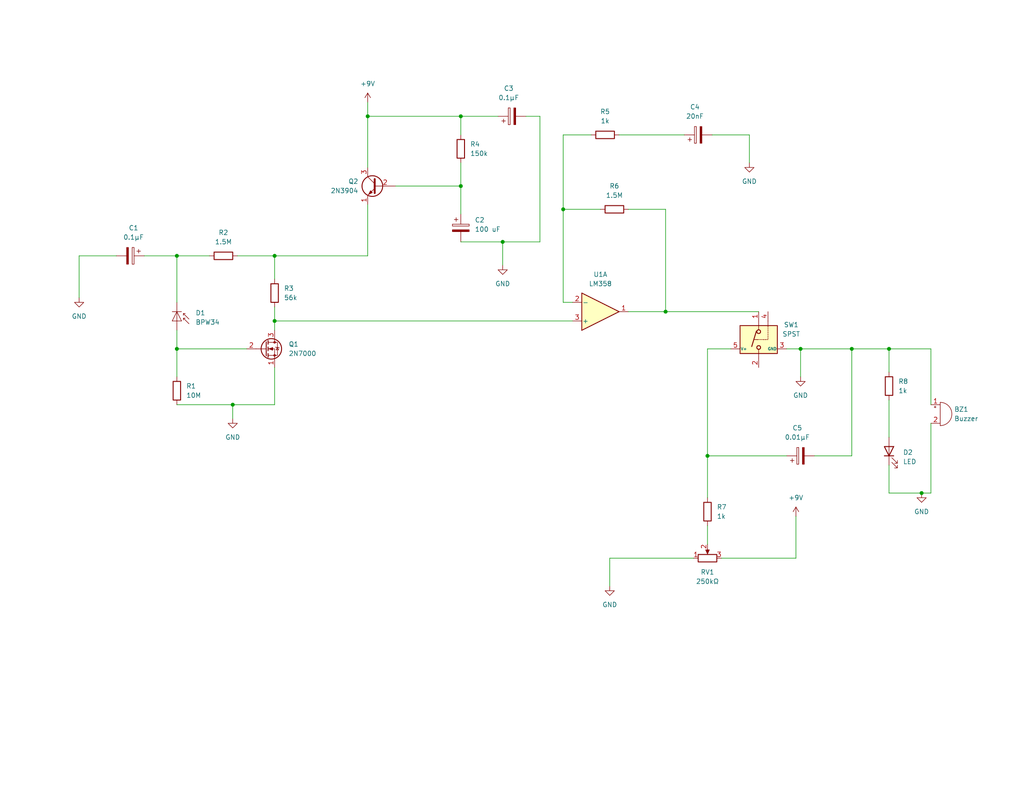
<source format=kicad_sch>
(kicad_sch (version 20211123) (generator eeschema)
  (paper "USLetter")
  (title_block (title "gammaray2usb") (date "2021-12-27") (rev "0.2") (company "Fork Sand, Inc."))
  (lib_symbols
    (symbol "Amplifier_Operational:LM358" (pin_names (offset 0.127))
      (property "Reference" "U" (at 0 5.08 0))
      (property "Value" "LM358" (at 0 -5.08 0))
      (symbol "LM358_1_1"
        (polyline (pts (xy -5.08 5.08) (xy 5.08 0) (xy -5.08 -5.08) (xy -5.08 5.08)) (stroke (width 0.254)) (fill (type background)))
        (pin output line (at 7.62 0 180) (length 2.54) (name "~") (number "1"))
        (pin input line (at -7.62 -2.54 0) (length 2.54) (name "-") (number "2"))
        (pin input line (at -7.62 2.54 0) (length 2.54) (name "+") (number "3"))
      )
      (symbol "LM358_2_1"
        (polyline (pts (xy -5.08 5.08) (xy 5.08 0) (xy -5.08 -5.08) (xy -5.08 5.08)) (stroke (width 0.254)) (fill (type background)))
        (pin input line (at -7.62 2.54 0) (length 2.54) (name "+") (number "5"))
        (pin input line (at -7.62 -2.54 0) (length 2.54) (name "-") (number "6"))
        (pin output line (at 7.62 0 180) (length 2.54) (name "~") (number "7"))
      )
      (symbol "LM358_3_1"
        (pin power_in line (at -2.54 -7.62 90) (length 3.81) (name "V-") (number "4"))
        (pin power_in line (at -2.54 7.62 270) (length 3.81) (name "V+") (number "8"))
      )
    )
    (symbol "Analog_Switch:TS5A3166DBVR" (pin_names (offset 0.127))
      (property "Reference" "U" (at -3.81 6.35 0))
      (property "Value" "TS5A3166DBVR" (at 3.81 -6.35 0))
      (symbol "TS5A3166DBVR_0_1"
        (polyline (pts (xy -5.08 -2.54) (xy -3.302 -2.54)))
        (polyline (pts (xy -3.048 -2.54) (xy -2.794 -2.54)))
        (polyline (pts (xy -2.54 -2.54) (xy -2.286 -2.54)))
        (polyline (pts (xy -2.032 -2.54) (xy -1.778 -2.54)))
        (polyline (pts (xy -1.524 -2.54) (xy -1.27 -2.54)))
        (polyline (pts (xy -1.016 -2.54) (xy -0.762 -2.54)))
        (polyline (pts (xy -0.508 -2.54) (xy -0.254 -2.54)))
        (polyline (pts (xy 0 -2.032) (xy 0 -1.778)))
        (polyline (pts (xy 0 -1.524) (xy 0 -1.27)))
      )
      (symbol "TS5A3166DBVR_1_1"
        (rectangle (start -3.81 5.08) (end 3.81 -5.08) (stroke (width 0.254)) (fill (type background)))
        (circle (center -2.159 0) (radius 0.508) (stroke (width 0.254)))
        (polyline (pts (xy -5.08 0) (xy -2.794 0)))
        (polyline (pts (xy -2.286 0.635) (xy 1.905 1.905)) (stroke (width 0.254)))
        (polyline (pts (xy 0 -2.54) (xy 0 -2.286)))
        (polyline (pts (xy 0 -2.032) (xy 0 -1.778)))
        (polyline (pts (xy 0 -1.524) (xy 0 -1.27)))
        (polyline (pts (xy 0 -1.016) (xy 0 -0.762)))
        (polyline (pts (xy 0 -0.508) (xy 0 -0.254)))
        (polyline (pts (xy 0 0) (xy 0 0.508)))
        (polyline (pts (xy 0 0.254) (xy 0 1.27)))
        (polyline (pts (xy 5.08 0) (xy 2.794 0)))
        (circle (center 2.159 0) (radius 0.508) (stroke (width 0.254)))
        (pin passive line (at -7.62 0 0) (length 2.54) (name "~") (number "1"))
        (pin passive line (at 7.62 0 180) (length 2.54) (name "~") (number "2"))
        (pin power_in line (at 2.54 -7.62 90) (length 2.54) (name "GND") (number "3"))
        (pin input line (at -7.62 -2.54 0) (length 2.54) (name "~") (number "4"))
        (pin power_in line (at 2.54 7.62 270) (length 2.54) (name "V+") (number "5"))
      )
    )
    (symbol "Device:Buzzer" (pin_names (offset 0.0254) hide)
      (property "Reference" "BZ" (at 3.81 1.27 0))
      (property "Value" "Buzzer" (at 3.81 -1.27 0))
      (symbol "Buzzer_0_1"
        (arc (start 0 -3.175) (mid 3.175 0) (end 0 3.175))
        (polyline (pts (xy -1.651 1.905) (xy -1.143 1.905)))
        (polyline (pts (xy -1.397 2.159) (xy -1.397 1.651)))
        (polyline (pts (xy 0 3.175) (xy 0 -3.175)))
      )
      (symbol "Buzzer_1_1"
        (pin passive line (at -2.54 2.54 0) (length 2.54) (name "-") (number "1"))
        (pin passive line (at -2.54 -2.54 0) (length 2.54) (name "+") (number "2"))
      )
    )
    (symbol "Device:C_Polarized" (pin_numbers hide) (pin_names (offset 0.254))
      (property "Reference" "C" (at 0.635 2.54 0))
      (property "Value" "C_Polarized" (at 0.635 -2.54 0))
      (symbol "C_Polarized_0_1"
        (rectangle (start -2.286 0.508) (end 2.286 1.016))
        (polyline (pts (xy -1.778 2.286) (xy -0.762 2.286)))
        (polyline (pts (xy -1.27 2.794) (xy -1.27 1.778)))
        (rectangle (start 2.286 -0.508) (end -2.286 -1.016) (fill (type outline)))
      )
      (symbol "C_Polarized_1_1"
        (pin passive line (at 0 3.81 270) (length 2.794) (name "~") (number "1"))
        (pin passive line (at 0 -3.81 90) (length 2.794) (name "~") (number "2"))
      )
    )
    (symbol "Device:LED" (pin_numbers hide) (pin_names (offset 1.016) hide)
      (property "Reference" "D" (at 0 2.54 0))
      (property "Value" "LED" (at 0 -2.54 0))
      (symbol "LED_0_1"
        (polyline (pts (xy -1.27 -1.27) (xy -1.27 1.27)) (stroke (width 0.254)))
        (polyline (pts (xy -1.27 0) (xy 1.27 0)))
        (polyline (pts (xy 1.27 -1.27) (xy 1.27 1.27) (xy -1.27 0) (xy 1.27 -1.27)) (stroke (width 0.254)))
        (polyline (pts (xy -3.048 -0.762) (xy -4.572 -2.286) (xy -3.81 -2.286) (xy -4.572 -2.286) (xy -4.572 -1.524)))
        (polyline (pts (xy -1.778 -0.762) (xy -3.302 -2.286) (xy -2.54 -2.286) (xy -3.302 -2.286) (xy -3.302 -1.524)))
      )
      (symbol "LED_1_1"
        (pin passive line (at -3.81 0 0) (length 2.54) (name "K") (number "1"))
        (pin passive line (at 3.81 0 180) (length 2.54) (name "A") (number "2"))
      )
    )
    (symbol "Device:R" (pin_numbers hide) (pin_names (offset 0))
      (property "Reference" "R" (at 2.032 0 90))
      (property "Value" "R" (at 0 0 90))
      (symbol "R_0_1"
        (rectangle (start -1.016 -2.54) (end 1.016 2.54) (stroke (width 0.254)))
      )
      (symbol "R_1_1"
        (pin passive line (at 0 3.81 270) (length 1.27) (name "~") (number "1"))
        (pin passive line (at 0 -3.81 90) (length 1.27) (name "~") (number "2"))
      )
    )
    (symbol "Device:R_Potentiometer" (pin_names (offset 1.016) hide)
      (property "Reference" "RV" (at -4.445 0 90))
      (property "Value" "R_Potentiometer" (at -2.54 0 90))
      (symbol "R_Potentiometer_0_1"
        (polyline (pts (xy 2.54 0) (xy 1.524 0)))
        (polyline (pts (xy 1.143 0) (xy 2.286 0.508) (xy 2.286 -0.508) (xy 1.143 0)) (fill (type outline)))
        (rectangle (start 1.016 2.54) (end -1.016 -2.54) (stroke (width 0.254)))
      )
      (symbol "R_Potentiometer_1_1"
        (pin passive line (at 0 3.81 270) (length 1.27) (name "1") (number "1"))
        (pin passive line (at 3.81 0 180) (length 1.27) (name "2") (number "2"))
        (pin passive line (at 0 -3.81 90) (length 1.27) (name "3") (number "3"))
      )
    )
    (symbol "Sensor_Optical:BPW34" (pin_numbers hide) (pin_names (offset 1.016) hide)
      (property "Reference" "D" (at 0.508 1.778 0))
      (property "Value" "BPW34" (at -1.016 -2.794 0))
      (symbol "BPW34_0_1"
        (polyline (pts (xy -2.54 1.27) (xy -2.54 -1.27)) (stroke (width 0.1524)))
        (polyline (pts (xy -2.032 1.778) (xy -1.524 1.778)))
        (polyline (pts (xy 0 -1.27) (xy 0 1.27)))
        (polyline (pts (xy 0 0) (xy -2.54 0)))
        (polyline (pts (xy -0.508 3.302) (xy -2.032 1.778) (xy -2.032 2.286)))
        (polyline (pts (xy 0 1.27) (xy -2.54 0) (xy 0 -1.27)))
        (polyline (pts (xy 0.762 3.302) (xy -0.762 1.778) (xy -0.762 2.286) (xy -0.762 1.778) (xy -0.254 1.778)))
      )
      (symbol "BPW34_1_1"
        (pin passive line (at -5.08 0 0) (length 2.54) (name "K") (number "1"))
        (pin passive line (at 2.54 0 180) (length 2.54) (name "A") (number "2"))
      )
    )
    (symbol "Transistor_BJT:2N3904" (pin_names (offset 0) hide)
      (property "Reference" "Q" (at 5.08 1.905 0))
      (property "Value" "2N3904" (at 5.08 0 0))
      (symbol "2N3904_0_1"
        (polyline (pts (xy 0.635 0.635) (xy 2.54 2.54)))
        (polyline (pts (xy 0.635 -0.635) (xy 2.54 -2.54) (xy 2.54 -2.54)))
        (polyline (pts (xy 0.635 1.905) (xy 0.635 -1.905) (xy 0.635 -1.905)) (stroke (width 0.508)))
        (polyline (pts (xy 1.27 -1.778) (xy 1.778 -1.27) (xy 2.286 -2.286) (xy 1.27 -1.778) (xy 1.27 -1.778)) (fill (type outline)))
        (circle (center 1.27 0) (radius 2.8194) (stroke (width 0.254)))
      )
      (symbol "2N3904_1_1"
        (pin passive line (at 2.54 -5.08 90) (length 2.54) (name "E") (number "1"))
        (pin passive line (at -5.08 0 0) (length 5.715) (name "B") (number "2"))
        (pin passive line (at 2.54 5.08 270) (length 2.54) (name "C") (number "3"))
      )
    )
    (symbol "Transistor_FET:2N7000" (pin_names hide)
      (property "Reference" "Q" (at 5.08 1.905 0))
      (property "Value" "2N7000" (at 5.08 0 0))
      (symbol "2N7000_0_1"
        (polyline (pts (xy 0.254 0) (xy -2.54 0)))
        (polyline (pts (xy 0.254 1.905) (xy 0.254 -1.905)) (stroke (width 0.254)))
        (polyline (pts (xy 0.762 -1.27) (xy 0.762 -2.286)) (stroke (width 0.254)))
        (polyline (pts (xy 0.762 0.508) (xy 0.762 -0.508)) (stroke (width 0.254)))
        (polyline (pts (xy 0.762 2.286) (xy 0.762 1.27)) (stroke (width 0.254)))
        (polyline (pts (xy 2.54 2.54) (xy 2.54 1.778)))
        (polyline (pts (xy 2.54 -2.54) (xy 2.54 0) (xy 0.762 0)))
        (polyline (pts (xy 0.762 -1.778) (xy 3.302 -1.778) (xy 3.302 1.778) (xy 0.762 1.778)))
        (polyline (pts (xy 1.016 0) (xy 2.032 0.381) (xy 2.032 -0.381) (xy 1.016 0)) (fill (type outline)))
        (polyline (pts (xy 2.794 0.508) (xy 2.921 0.381) (xy 3.683 0.381) (xy 3.81 0.254)))
        (polyline (pts (xy 3.302 0.381) (xy 2.921 -0.254) (xy 3.683 -0.254) (xy 3.302 0.381)))
        (circle (center 1.651 0) (radius 2.794) (stroke (width 0.254)))
        (circle (center 2.54 -1.778) (radius 0.254) (fill (type outline)))
        (circle (center 2.54 1.778) (radius 0.254) (fill (type outline)))
      )
      (symbol "2N7000_1_1"
        (pin passive line (at 2.54 -5.08 90) (length 2.54) (name "S") (number "1"))
        (pin input line (at -5.08 0 0) (length 2.54) (name "G") (number "2"))
        (pin passive line (at 2.54 5.08 270) (length 2.54) (name "D") (number "3"))
      )
    )
    (symbol "power:+9V" (power) (pin_names (offset 0))
      (property "Value" "+9V" (at 0 3.556 0))
      (symbol "+9V_0_1"
        (polyline (pts (xy -0.762 1.27) (xy 0 2.54)))
        (polyline (pts (xy 0 0) (xy 0 2.54)))
        (polyline (pts (xy 0 2.54) (xy 0.762 1.27)))
      )
      (symbol "+9V_1_1"
        (pin power_in line (at 0 0 90) (length 0) hide (name "+9V") (number "1"))
      )
    )
    (symbol "power:GND" (power) (pin_names (offset 0))
      (property "Value" "GND" (at 0 -3.81 0))
      (symbol "GND_0_1"
        (polyline (pts (xy 0 0) (xy 0 -1.27) (xy 1.27 -1.27) (xy 0 -2.54) (xy -1.27 -1.27) (xy 0 -1.27)))
      )
      (symbol "GND_1_1"
        (pin power_in line (at 0 0 270) (length 0) hide (name "GND") (number "1"))
      )
    )
  )
  (junction (at 251.46 134.62))
  (junction (at 48.26 69.85))
  (junction (at 242.57 95.25))
  (junction (at 153.67 57.15))
  (junction (at 181.61 85.09))
  (junction (at 48.26 95.25))
  (junction (at 125.73 31.75))
  (junction (at 218.44 95.25))
  (junction (at 74.93 87.63))
  (junction (at 125.73 50.8))
  (junction (at 232.41 95.25))
  (junction (at 100.33 31.75))
  (junction (at 74.93 69.85))
  (junction (at 193.04 124.46))
  (junction (at 137.16 66.04))
  (junction (at 63.5 110.49))
  (wire (pts (xy 251.46 134.62) (xy 254 134.62)))
  (wire (pts (xy 137.16 66.04) (xy 137.16 72.39)))
  (wire (pts (xy 156.21 82.55) (xy 153.67 82.55)))
  (wire (pts (xy 48.26 69.85) (xy 48.26 82.55)))
  (wire (pts (xy 100.33 55.88) (xy 100.33 69.85)))
  (wire (pts (xy 48.26 69.85) (xy 57.15 69.85)))
  (wire (pts (xy 143.51 31.75) (xy 147.32 31.75)))
  (wire (pts (xy 254 115.57) (xy 254 134.62)))
  (wire (pts (xy 153.67 36.83) (xy 161.29 36.83)))
  (wire (pts (xy 166.37 152.4) (xy 166.37 160.02)))
  (wire (pts (xy 196.85 152.4) (xy 217.17 152.4)))
  (wire (pts (xy 100.33 69.85) (xy 74.93 69.85)))
  (wire (pts (xy 254 95.25) (xy 242.57 95.25)))
  (wire (pts (xy 204.47 36.83) (xy 204.47 44.45)))
  (wire (pts (xy 242.57 134.62) (xy 251.46 134.62)))
  (wire (pts (xy 222.25 124.46) (xy 232.41 124.46)))
  (wire (pts (xy 193.04 124.46) (xy 193.04 135.89)))
  (wire (pts (xy 242.57 95.25) (xy 232.41 95.25)))
  (wire (pts (xy 181.61 85.09) (xy 207.01 85.09)))
  (wire (pts (xy 232.41 95.25) (xy 218.44 95.25)))
  (wire (pts (xy 48.26 95.25) (xy 48.26 102.87)))
  (wire (pts (xy 125.73 31.75) (xy 125.73 36.83)))
  (wire (pts (xy 254 110.49) (xy 254 95.25)))
  (wire (pts (xy 74.93 83.82) (xy 74.93 87.63)))
  (wire (pts (xy 39.37 69.85) (xy 48.26 69.85)))
  (wire (pts (xy 137.16 66.04) (xy 147.32 66.04)))
  (wire (pts (xy 147.32 31.75) (xy 147.32 66.04)))
  (wire (pts (xy 107.95 50.8) (xy 125.73 50.8)))
  (wire (pts (xy 100.33 27.94) (xy 100.33 31.75)))
  (wire (pts (xy 74.93 87.63) (xy 74.93 90.17)))
  (wire (pts (xy 242.57 127) (xy 242.57 134.62)))
  (wire (pts (xy 125.73 50.8) (xy 125.73 58.42)))
  (wire (pts (xy 168.91 36.83) (xy 186.69 36.83)))
  (wire (pts (xy 64.77 69.85) (xy 74.93 69.85)))
  (wire (pts (xy 125.73 31.75) (xy 135.89 31.75)))
  (wire (pts (xy 181.61 57.15) (xy 181.61 85.09)))
  (wire (pts (xy 242.57 95.25) (xy 242.57 101.6)))
  (wire (pts (xy 74.93 87.63) (xy 156.21 87.63)))
  (wire (pts (xy 171.45 85.09) (xy 181.61 85.09)))
  (wire (pts (xy 199.39 95.25) (xy 193.04 95.25)))
  (wire (pts (xy 125.73 66.04) (xy 137.16 66.04)))
  (wire (pts (xy 189.23 152.4) (xy 166.37 152.4)))
  (wire (pts (xy 153.67 57.15) (xy 163.83 57.15)))
  (wire (pts (xy 193.04 143.51) (xy 193.04 148.59)))
  (wire (pts (xy 21.59 81.28) (xy 21.59 69.85)))
  (wire (pts (xy 171.45 57.15) (xy 181.61 57.15)))
  (wire (pts (xy 63.5 110.49) (xy 74.93 110.49)))
  (wire (pts (xy 193.04 95.25) (xy 193.04 124.46)))
  (wire (pts (xy 74.93 100.33) (xy 74.93 110.49)))
  (wire (pts (xy 242.57 109.22) (xy 242.57 119.38)))
  (wire (pts (xy 218.44 95.25) (xy 218.44 102.87)))
  (wire (pts (xy 21.59 69.85) (xy 31.75 69.85)))
  (wire (pts (xy 153.67 57.15) (xy 153.67 36.83)))
  (wire (pts (xy 214.63 95.25) (xy 218.44 95.25)))
  (wire (pts (xy 153.67 82.55) (xy 153.67 57.15)))
  (wire (pts (xy 193.04 124.46) (xy 214.63 124.46)))
  (wire (pts (xy 217.17 140.97) (xy 217.17 152.4)))
  (wire (pts (xy 74.93 69.85) (xy 74.93 76.2)))
  (wire (pts (xy 63.5 110.49) (xy 63.5 114.3)))
  (wire (pts (xy 48.26 90.17) (xy 48.26 95.25)))
  (wire (pts (xy 194.31 36.83) (xy 204.47 36.83)))
  (wire (pts (xy 48.26 110.49) (xy 63.5 110.49)))
  (wire (pts (xy 232.41 95.25) (xy 232.41 124.46)))
  (wire (pts (xy 100.33 31.75) (xy 125.73 31.75)))
  (wire (pts (xy 100.33 31.75) (xy 100.33 45.72)))
  (wire (pts (xy 125.73 44.45) (xy 125.73 50.8)))
  (wire (pts (xy 48.26 95.25) (xy 67.31 95.25)))
  (symbol (lib_id "Device:C_Polarized") (at 125.73 62.23 0) (unit 1)
    (property "Reference" "C2" (at 129.54 60.0709 0) (effects (justify left)))
    (property "Value" "100 uF" (at 129.54 62.6109 0) (effects (justify left)))
    (property "Footprint" "Capacitor_THT:CP_Axial_L10.0mm_D4.5mm_P15.00mm_Horizontal" (effects hide))
  )
  (symbol (lib_id "Device:C_Polarized") (at 139.7 31.75 90) (unit 1)
    (property "Reference" "C3" (at 138.811 24.13 90))
    (property "Value" "0.1µF" (at 138.811 26.67 90))
    (property "Footprint" "Capacitor_THT:CP_Axial_L10.0mm_D4.5mm_P15.00mm_Horizontal" (effects hide))
  )
  (symbol (lib_id "Analog_Switch:TS5A3166DBVR") (at 207.01 92.71 90) (mirror x) (unit 1)
    (property "Reference" "SW1" (at 215.9 88.6712 90))
    (property "Value" "SPST" (at 215.9 91.2112 90))
    (property "Footprint" "Package_TO_SOT_SMD:SOT-23-5" (effects hide))
    (property "Datasheet" " http://www.ti.com/lit/ds/symlink/ts5a3166.pdf" (effects hide))
  )
  (symbol (lib_id "power:GND") (at 218.44 102.87 0) (unit 1)
    (property "Reference" "#PWR08" (effects hide))
    (property "Value" "GND" (at 218.44 107.95 0))
  )
  (symbol (lib_id "power:GND") (at 137.16 72.39 0) (unit 1)
    (property "Reference" "#PWR04" (effects hide))
    (property "Value" "GND" (at 137.16 77.47 0))
  )
  (symbol (lib_id "Device:R") (at 193.04 139.7 180) (unit 1)
    (property "Reference" "R7" (at 195.58 138.4299 0) (effects (justify right)))
    (property "Value" "1k" (at 195.58 140.9699 0) (effects (justify right)))
    (property "Footprint" "Resistor_THT:R_Axial_DIN0207_L6.3mm_D2.5mm_P10.16mm_Horizontal" (effects hide))
  )
  (symbol (lib_id "Transistor_BJT:2N3904") (at 102.87 50.8 0) (mirror y) (unit 1)
    (property "Reference" "Q2" (at 97.79 49.5299 0) (effects (justify left)))
    (property "Value" "2N3904" (at 97.79 52.0699 0) (effects (justify left)))
    (property "Footprint" "Package_TO_SOT_THT:TO-92_Inline" (effects hide))
    (property "Datasheet" "https://www.onsemi.com/pub/Collateral/2N3903-D.PDF" (effects hide))
  )
  (symbol (lib_id "Device:R") (at 60.96 69.85 90) (unit 1)
    (property "Reference" "R2" (at 60.96 63.5 90))
    (property "Value" "1.5M" (at 60.96 66.04 90))
    (property "Footprint" "Resistor_THT:R_Axial_DIN0207_L6.3mm_D2.5mm_P10.16mm_Horizontal" (effects hide))
  )
  (symbol (lib_id "Device:R") (at 125.73 40.64 0) (unit 1)
    (property "Reference" "R4" (at 128.27 39.3699 0) (effects (justify left)))
    (property "Value" "150k" (at 128.27 41.9099 0) (effects (justify left)))
    (property "Footprint" "Resistor_THT:R_Axial_DIN0207_L6.3mm_D2.5mm_P10.16mm_Horizontal" (effects hide))
  )
  (symbol (lib_id "Device:LED") (at 242.57 123.19 90) (unit 1)
    (property "Reference" "D2" (at 246.38 123.5074 90) (effects (justify right)))
    (property "Value" "LED" (at 246.38 126.0474 90) (effects (justify right)))
    (property "Footprint" "LED_THT:LED_D5.0mm" (effects hide))
  )
  (symbol (lib_id "Device:R") (at 167.64 57.15 90) (unit 1)
    (property "Reference" "R6" (at 167.64 50.8 90))
    (property "Value" "1.5M" (at 167.64 53.34 90))
    (property "Footprint" "Resistor_THT:R_Axial_DIN0207_L6.3mm_D2.5mm_P10.16mm_Horizontal" (effects hide))
  )
  (symbol (lib_id "power:GND") (at 251.46 134.62 0) (unit 1)
    (property "Reference" "#PWR09" (effects hide))
    (property "Value" "GND" (at 251.46 139.7 0))
  )
  (symbol (lib_id "Device:R") (at 165.1 36.83 90) (unit 1)
    (property "Reference" "R5" (at 165.1 30.48 90))
    (property "Value" "1k" (at 165.1 33.02 90))
    (property "Footprint" "Resistor_THT:R_Axial_DIN0207_L6.3mm_D2.5mm_P10.16mm_Horizontal" (effects hide))
  )
  (symbol (lib_id "Device:R") (at 48.26 106.68 0) (unit 1)
    (property "Reference" "R1" (at 50.8 105.4099 0) (effects (justify left)))
    (property "Value" "10M" (at 50.8 107.9499 0) (effects (justify left)))
    (property "Footprint" "Resistor_THT:R_Axial_DIN0207_L6.3mm_D2.5mm_P10.16mm_Horizontal" (effects hide))
  )
  (symbol (lib_id "Device:C_Polarized") (at 190.5 36.83 90) (unit 1)
    (property "Reference" "C4" (at 189.611 29.21 90))
    (property "Value" "20nF" (at 189.611 31.75 90))
    (property "Footprint" "Capacitor_THT:CP_Axial_L10.0mm_D4.5mm_P15.00mm_Horizontal" (effects hide))
  )
  (symbol (lib_id "Transistor_FET:2N7000") (at 72.39 95.25 0) (unit 1)
    (property "Reference" "Q1" (at 78.74 93.9799 0) (effects (justify left)))
    (property "Value" "2N7000" (at 78.74 96.5199 0) (effects (justify left)))
    (property "Footprint" "Package_TO_SOT_THT:TO-92_Inline" (effects hide))
    (property "Datasheet" "https://www.onsemi.com/pub/Collateral/NDS7002A-D.PDF" (effects hide))
  )
  (symbol (lib_id "Device:Buzzer") (at 256.54 113.03 0) (unit 1)
    (property "Reference" "BZ1" (at 260.35 111.7599 0) (effects (justify left)))
    (property "Value" "Buzzer" (at 260.35 114.2999 0) (effects (justify left)))
    (property "Footprint" "Buzzer_Beeper:Buzzer_15x7.5RM7.6" (effects hide))
  )
  (symbol (lib_id "Sensor_Optical:BPW34") (at 48.26 87.63 270) (unit 1)
    (property "Reference" "D1" (at 53.34 85.4328 90) (effects (justify left)))
    (property "Value" "BPW34" (at 53.34 87.9728 90) (effects (justify left)))
    (property "Footprint" "OptoDevice:Osram_DIL2_4.3x4.65mm_P5.08mm" (effects hide))
    (property "Datasheet" "http://www.vishay.com/docs/81521/bpw34.pdf" (effects hide))
  )
  (symbol (lib_id "Device:R") (at 74.93 80.01 0) (unit 1)
    (property "Reference" "R3" (at 77.47 78.7399 0) (effects (justify left)))
    (property "Value" "56k" (at 77.47 81.2799 0) (effects (justify left)))
    (property "Footprint" "Resistor_THT:R_Axial_DIN0207_L6.3mm_D2.5mm_P10.16mm_Horizontal" (effects hide))
  )
  (symbol (lib_id "Device:R") (at 242.57 105.41 180) (unit 1)
    (property "Reference" "R8" (at 245.11 104.1399 0) (effects (justify right)))
    (property "Value" "1k" (at 245.11 106.6799 0) (effects (justify right)))
    (property "Footprint" "Resistor_THT:R_Axial_DIN0207_L6.3mm_D2.5mm_P10.16mm_Horizontal" (effects hide))
  )
  (symbol (lib_id "power:GND") (at 21.59 81.28 0) (unit 1)
    (property "Reference" "#PWR01" (effects hide))
    (property "Value" "GND" (at 21.59 86.36 0))
  )
  (symbol (lib_id "Amplifier_Operational:LM358") (at 163.83 85.09 0) (mirror x) (unit 1)
    (property "Reference" "U1" (at 163.83 74.93 0))
    (property "Value" "LM358" (at 163.83 77.47 0))
    (property "Footprint" "Package_DIP:DIP-8_W7.62mm" (effects hide))
    (property "Datasheet" "http://www.ti.com/lit/ds/symlink/lm2904-n.pdf" (effects hide))
  )
  (symbol (lib_id "power:GND") (at 166.37 160.02 0) (unit 1)
    (property "Reference" "#PWR05" (effects hide))
    (property "Value" "GND" (at 166.37 165.1 0))
  )
  (symbol (lib_id "power:GND") (at 204.47 44.45 0) (unit 1)
    (property "Reference" "#PWR06" (effects hide))
    (property "Value" "GND" (at 204.47 49.53 0))
  )
  (symbol (lib_id "Device:C_Polarized") (at 218.44 124.46 90) (unit 1)
    (property "Reference" "C5" (at 217.551 116.84 90))
    (property "Value" "0.01µF" (at 217.551 119.38 90))
    (property "Footprint" "Capacitor_THT:CP_Axial_L10.0mm_D4.5mm_P15.00mm_Horizontal" (effects hide))
  )
  (symbol (lib_id "power:GND") (at 63.5 114.3 0) (unit 1)
    (property "Reference" "#PWR02" (effects hide))
    (property "Value" "GND" (at 63.5 119.38 0))
  )
  (symbol (lib_id "Device:C_Polarized") (at 35.56 69.85 270) (unit 1)
    (property "Reference" "C1" (at 36.449 62.23 90))
    (property "Value" "0.1µF" (at 36.449 64.77 90))
    (property "Footprint" "Capacitor_THT:CP_Axial_L10.0mm_D4.5mm_P15.00mm_Horizontal" (effects hide))
  )
  (symbol (lib_id "power:+9V") (at 100.33 27.94 0) (unit 1)
    (property "Reference" "#PWR03" (effects hide))
    (property "Value" "+9V" (at 100.33 22.86 0))
  )
  (symbol (lib_id "power:+9V") (at 217.17 140.97 0) (unit 1)
    (property "Reference" "#PWR07" (effects hide))
    (property "Value" "+9V" (at 217.17 135.89 0))
  )
  (symbol (lib_id "Device:R_Potentiometer") (at 193.04 152.4 90) (unit 1)
    (property "Reference" "RV1" (at 193.04 156.21 90))
    (property "Value" "250kΩ" (at 193.04 158.75 90))
    (property "Footprint" "Potentiometer_THT:Potentiometer_Vishay_T7-YA_Single_Vertical" (effects hide))
  )
)
</source>
